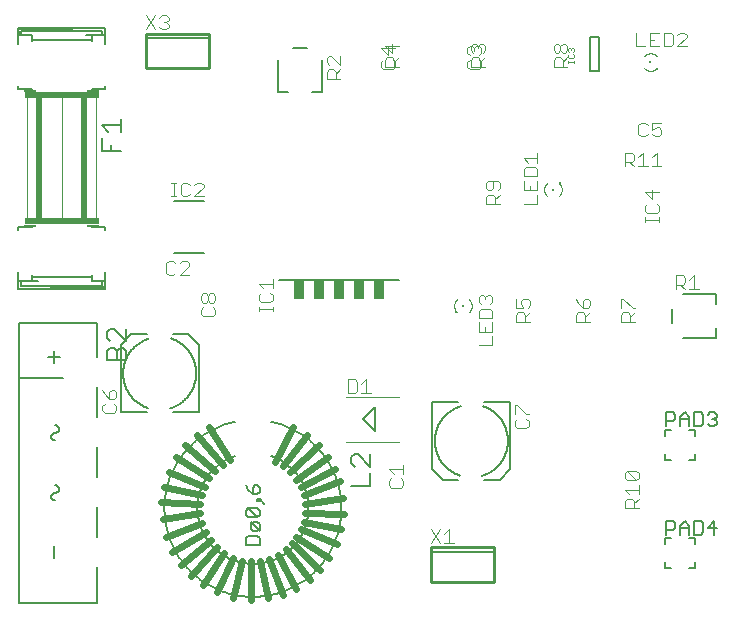
<source format=gto>
G75*
%MOIN*%
%OFA0B0*%
%FSLAX25Y25*%
%IPPOS*%
%LPD*%
%AMOC8*
5,1,8,0,0,1.08239X$1,22.5*
%
%ADD10C,0.00400*%
%ADD11C,0.00800*%
%ADD12C,0.00500*%
%ADD13C,0.00600*%
%ADD14R,0.00787X0.00787*%
%ADD15R,0.00984X0.00591*%
%ADD16R,0.00591X0.00984*%
%ADD17C,0.02400*%
%ADD18C,0.00700*%
%ADD19C,0.00200*%
%ADD20R,0.02000X0.40000*%
%ADD21R,0.25000X0.02000*%
%ADD22R,0.18000X0.01000*%
%ADD23R,0.01000X0.01500*%
%ADD24R,0.04000X0.01000*%
%ADD25R,0.20000X0.01000*%
%ADD26C,0.01000*%
%ADD27R,0.03800X0.06600*%
D10*
X0045260Y0079357D02*
X0044493Y0080124D01*
X0044493Y0081659D01*
X0045260Y0082426D01*
X0046795Y0083961D02*
X0046795Y0086263D01*
X0047562Y0087030D01*
X0048329Y0087030D01*
X0049096Y0086263D01*
X0049096Y0084728D01*
X0048329Y0083961D01*
X0046795Y0083961D01*
X0045260Y0085495D01*
X0044493Y0087030D01*
X0048329Y0082426D02*
X0049096Y0081659D01*
X0049096Y0080124D01*
X0048329Y0079357D01*
X0045260Y0079357D01*
X0077396Y0112220D02*
X0078163Y0111453D01*
X0081233Y0111453D01*
X0082000Y0112220D01*
X0082000Y0113755D01*
X0081233Y0114522D01*
X0081233Y0116057D02*
X0080465Y0116057D01*
X0079698Y0116824D01*
X0079698Y0118359D01*
X0080465Y0119126D01*
X0081233Y0119126D01*
X0082000Y0118359D01*
X0082000Y0116824D01*
X0081233Y0116057D01*
X0079698Y0116824D02*
X0078931Y0116057D01*
X0078163Y0116057D01*
X0077396Y0116824D01*
X0077396Y0118359D01*
X0078163Y0119126D01*
X0078931Y0119126D01*
X0079698Y0118359D01*
X0078163Y0114522D02*
X0077396Y0113755D01*
X0077396Y0112220D01*
X0073459Y0125302D02*
X0070390Y0125302D01*
X0073459Y0128371D01*
X0073459Y0129138D01*
X0072692Y0129905D01*
X0071157Y0129905D01*
X0070390Y0129138D01*
X0068855Y0129138D02*
X0068088Y0129905D01*
X0066553Y0129905D01*
X0065786Y0129138D01*
X0065786Y0126069D01*
X0066553Y0125302D01*
X0068088Y0125302D01*
X0068855Y0126069D01*
X0096646Y0122411D02*
X0101250Y0122411D01*
X0101250Y0120876D02*
X0101250Y0123946D01*
X0098181Y0120876D02*
X0096646Y0122411D01*
X0097413Y0119342D02*
X0096646Y0118574D01*
X0096646Y0117040D01*
X0097413Y0116272D01*
X0100483Y0116272D01*
X0101250Y0117040D01*
X0101250Y0118574D01*
X0100483Y0119342D01*
X0101250Y0114738D02*
X0101250Y0113203D01*
X0101250Y0113970D02*
X0096646Y0113970D01*
X0096646Y0113203D02*
X0096646Y0114738D01*
X0126262Y0090482D02*
X0128564Y0090482D01*
X0129331Y0089715D01*
X0129331Y0086646D01*
X0128564Y0085878D01*
X0126262Y0085878D01*
X0126262Y0090482D01*
X0130866Y0088948D02*
X0132401Y0090482D01*
X0132401Y0085878D01*
X0133935Y0085878D02*
X0130866Y0085878D01*
X0125662Y0084678D02*
X0143462Y0084678D01*
X0143462Y0069678D02*
X0125662Y0069678D01*
X0140083Y0060559D02*
X0144687Y0060559D01*
X0144687Y0059024D02*
X0144687Y0062094D01*
X0141618Y0059024D02*
X0140083Y0060559D01*
X0140850Y0057490D02*
X0140083Y0056722D01*
X0140083Y0055188D01*
X0140850Y0054420D01*
X0143920Y0054420D01*
X0144687Y0055188D01*
X0144687Y0056722D01*
X0143920Y0057490D01*
X0153900Y0040557D02*
X0156969Y0035953D01*
X0158504Y0035953D02*
X0161573Y0035953D01*
X0160039Y0035953D02*
X0160039Y0040557D01*
X0158504Y0039022D01*
X0156969Y0040557D02*
X0153900Y0035953D01*
X0182780Y0074342D02*
X0185849Y0074342D01*
X0186616Y0075109D01*
X0186616Y0076644D01*
X0185849Y0077411D01*
X0185849Y0078946D02*
X0186616Y0078946D01*
X0185849Y0078946D02*
X0182780Y0082015D01*
X0182012Y0082015D01*
X0182012Y0078946D01*
X0182780Y0077411D02*
X0182012Y0076644D01*
X0182012Y0075109D01*
X0182780Y0074342D01*
X0174500Y0101787D02*
X0169896Y0101787D01*
X0174500Y0101787D02*
X0174500Y0104857D01*
X0174500Y0106391D02*
X0174500Y0109461D01*
X0174500Y0110995D02*
X0174500Y0113297D01*
X0173733Y0114065D01*
X0170663Y0114065D01*
X0169896Y0113297D01*
X0169896Y0110995D01*
X0174500Y0110995D01*
X0172198Y0107926D02*
X0172198Y0106391D01*
X0169896Y0106391D02*
X0169896Y0109461D01*
X0169896Y0106391D02*
X0174500Y0106391D01*
X0182396Y0109745D02*
X0182396Y0112047D01*
X0183163Y0112815D01*
X0184698Y0112815D01*
X0185465Y0112047D01*
X0185465Y0109745D01*
X0185465Y0111280D02*
X0187000Y0112815D01*
X0186233Y0114349D02*
X0187000Y0115116D01*
X0187000Y0116651D01*
X0186233Y0117418D01*
X0184698Y0117418D01*
X0183931Y0116651D01*
X0183931Y0115884D01*
X0184698Y0114349D01*
X0182396Y0114349D01*
X0182396Y0117418D01*
X0174500Y0117901D02*
X0174500Y0116366D01*
X0173733Y0115599D01*
X0172198Y0117134D02*
X0172198Y0117901D01*
X0172965Y0118668D01*
X0173733Y0118668D01*
X0174500Y0117901D01*
X0172198Y0117901D02*
X0171431Y0118668D01*
X0170663Y0118668D01*
X0169896Y0117901D01*
X0169896Y0116366D01*
X0170663Y0115599D01*
X0166668Y0117168D02*
X0166745Y0117095D01*
X0166820Y0117020D01*
X0166891Y0116942D01*
X0166960Y0116861D01*
X0167026Y0116778D01*
X0167089Y0116693D01*
X0167148Y0116605D01*
X0167205Y0116516D01*
X0167258Y0116424D01*
X0167308Y0116330D01*
X0167354Y0116235D01*
X0167397Y0116138D01*
X0167436Y0116040D01*
X0167472Y0115940D01*
X0167504Y0115839D01*
X0167532Y0115737D01*
X0167557Y0115634D01*
X0167578Y0115530D01*
X0167595Y0115425D01*
X0167609Y0115320D01*
X0167618Y0115215D01*
X0167624Y0115109D01*
X0167626Y0115003D01*
X0167624Y0114897D01*
X0167618Y0114791D01*
X0167609Y0114686D01*
X0167595Y0114581D01*
X0167578Y0114476D01*
X0167557Y0114372D01*
X0167532Y0114269D01*
X0167504Y0114167D01*
X0167472Y0114066D01*
X0167436Y0113966D01*
X0167397Y0113868D01*
X0167354Y0113771D01*
X0167308Y0113676D01*
X0167258Y0113582D01*
X0167205Y0113490D01*
X0167148Y0113401D01*
X0167089Y0113313D01*
X0167026Y0113228D01*
X0166960Y0113145D01*
X0166891Y0113064D01*
X0166820Y0112986D01*
X0166745Y0112911D01*
X0166668Y0112838D01*
X0162732Y0112838D02*
X0162655Y0112911D01*
X0162580Y0112986D01*
X0162509Y0113064D01*
X0162440Y0113145D01*
X0162374Y0113228D01*
X0162311Y0113313D01*
X0162252Y0113401D01*
X0162195Y0113490D01*
X0162142Y0113582D01*
X0162092Y0113676D01*
X0162046Y0113771D01*
X0162003Y0113868D01*
X0161964Y0113966D01*
X0161928Y0114066D01*
X0161896Y0114167D01*
X0161868Y0114269D01*
X0161843Y0114372D01*
X0161822Y0114476D01*
X0161805Y0114581D01*
X0161791Y0114686D01*
X0161782Y0114791D01*
X0161776Y0114897D01*
X0161774Y0115003D01*
X0161776Y0115109D01*
X0161782Y0115215D01*
X0161791Y0115320D01*
X0161805Y0115425D01*
X0161822Y0115530D01*
X0161843Y0115634D01*
X0161868Y0115737D01*
X0161896Y0115839D01*
X0161928Y0115940D01*
X0161964Y0116040D01*
X0162003Y0116138D01*
X0162046Y0116235D01*
X0162092Y0116330D01*
X0162142Y0116424D01*
X0162195Y0116516D01*
X0162252Y0116605D01*
X0162311Y0116693D01*
X0162374Y0116778D01*
X0162440Y0116861D01*
X0162509Y0116942D01*
X0162580Y0117020D01*
X0162655Y0117095D01*
X0162732Y0117168D01*
X0182396Y0109745D02*
X0187000Y0109745D01*
X0202396Y0109745D02*
X0202396Y0112047D01*
X0203163Y0112815D01*
X0204698Y0112815D01*
X0205465Y0112047D01*
X0205465Y0109745D01*
X0205465Y0111280D02*
X0207000Y0112815D01*
X0206233Y0114349D02*
X0207000Y0115116D01*
X0207000Y0116651D01*
X0206233Y0117418D01*
X0205465Y0117418D01*
X0204698Y0116651D01*
X0204698Y0114349D01*
X0206233Y0114349D01*
X0204698Y0114349D02*
X0203163Y0115884D01*
X0202396Y0117418D01*
X0202396Y0109745D02*
X0207000Y0109745D01*
X0217396Y0109745D02*
X0217396Y0112047D01*
X0218163Y0112815D01*
X0219698Y0112815D01*
X0220465Y0112047D01*
X0220465Y0109745D01*
X0220465Y0111280D02*
X0222000Y0112815D01*
X0222000Y0114349D02*
X0221233Y0114349D01*
X0218163Y0117418D01*
X0217396Y0117418D01*
X0217396Y0114349D01*
X0217396Y0109745D02*
X0222000Y0109745D01*
X0235589Y0120528D02*
X0235589Y0125132D01*
X0237891Y0125132D01*
X0238658Y0124365D01*
X0238658Y0122830D01*
X0237891Y0122063D01*
X0235589Y0122063D01*
X0237124Y0122063D02*
X0238658Y0120528D01*
X0240193Y0120528D02*
X0243262Y0120528D01*
X0241728Y0120528D02*
X0241728Y0125132D01*
X0240193Y0123597D01*
X0230000Y0142926D02*
X0230000Y0144461D01*
X0230000Y0143693D02*
X0225396Y0143693D01*
X0225396Y0142926D02*
X0225396Y0144461D01*
X0226163Y0145995D02*
X0229233Y0145995D01*
X0230000Y0146763D01*
X0230000Y0148297D01*
X0229233Y0149065D01*
X0227698Y0150599D02*
X0227698Y0153668D01*
X0225396Y0152901D02*
X0227698Y0150599D01*
X0226163Y0149065D02*
X0225396Y0148297D01*
X0225396Y0146763D01*
X0226163Y0145995D01*
X0225396Y0152901D02*
X0230000Y0152901D01*
X0229331Y0161453D02*
X0229331Y0166057D01*
X0227796Y0164522D01*
X0224727Y0166057D02*
X0224727Y0161453D01*
X0226261Y0161453D02*
X0223192Y0161453D01*
X0221657Y0161453D02*
X0220123Y0162988D01*
X0220890Y0162988D02*
X0218588Y0162988D01*
X0218588Y0161453D02*
X0218588Y0166057D01*
X0220890Y0166057D01*
X0221657Y0165290D01*
X0221657Y0163755D01*
X0220890Y0162988D01*
X0223192Y0164522D02*
X0224727Y0166057D01*
X0227796Y0161453D02*
X0230865Y0161453D01*
X0230098Y0171453D02*
X0228563Y0171453D01*
X0227796Y0172220D01*
X0226261Y0172220D02*
X0225494Y0171453D01*
X0223959Y0171453D01*
X0223192Y0172220D01*
X0223192Y0175290D01*
X0223959Y0176057D01*
X0225494Y0176057D01*
X0226261Y0175290D01*
X0227796Y0176057D02*
X0227796Y0173755D01*
X0229331Y0174522D01*
X0230098Y0174522D01*
X0230865Y0173755D01*
X0230865Y0172220D01*
X0230098Y0171453D01*
X0230865Y0176057D02*
X0227796Y0176057D01*
X0229365Y0194285D02*
X0229292Y0194208D01*
X0229217Y0194133D01*
X0229139Y0194062D01*
X0229058Y0193993D01*
X0228975Y0193927D01*
X0228890Y0193864D01*
X0228802Y0193805D01*
X0228713Y0193748D01*
X0228621Y0193695D01*
X0228527Y0193645D01*
X0228432Y0193599D01*
X0228335Y0193556D01*
X0228237Y0193517D01*
X0228137Y0193481D01*
X0228036Y0193449D01*
X0227934Y0193421D01*
X0227831Y0193396D01*
X0227727Y0193375D01*
X0227622Y0193358D01*
X0227517Y0193344D01*
X0227412Y0193335D01*
X0227306Y0193329D01*
X0227200Y0193327D01*
X0227094Y0193329D01*
X0226988Y0193335D01*
X0226883Y0193344D01*
X0226778Y0193358D01*
X0226673Y0193375D01*
X0226569Y0193396D01*
X0226466Y0193421D01*
X0226364Y0193449D01*
X0226263Y0193481D01*
X0226163Y0193517D01*
X0226065Y0193556D01*
X0225968Y0193599D01*
X0225873Y0193645D01*
X0225779Y0193695D01*
X0225687Y0193748D01*
X0225598Y0193805D01*
X0225510Y0193864D01*
X0225425Y0193927D01*
X0225342Y0193993D01*
X0225261Y0194062D01*
X0225183Y0194133D01*
X0225108Y0194208D01*
X0225035Y0194285D01*
X0225035Y0198221D02*
X0225108Y0198298D01*
X0225183Y0198373D01*
X0225261Y0198444D01*
X0225342Y0198513D01*
X0225425Y0198579D01*
X0225510Y0198642D01*
X0225598Y0198701D01*
X0225687Y0198758D01*
X0225779Y0198811D01*
X0225873Y0198861D01*
X0225968Y0198907D01*
X0226065Y0198950D01*
X0226163Y0198989D01*
X0226263Y0199025D01*
X0226364Y0199057D01*
X0226466Y0199085D01*
X0226569Y0199110D01*
X0226673Y0199131D01*
X0226778Y0199148D01*
X0226883Y0199162D01*
X0226988Y0199171D01*
X0227094Y0199177D01*
X0227200Y0199179D01*
X0227306Y0199177D01*
X0227412Y0199171D01*
X0227517Y0199162D01*
X0227622Y0199148D01*
X0227727Y0199131D01*
X0227831Y0199110D01*
X0227934Y0199085D01*
X0228036Y0199057D01*
X0228137Y0199025D01*
X0228237Y0198989D01*
X0228335Y0198950D01*
X0228432Y0198907D01*
X0228527Y0198861D01*
X0228621Y0198811D01*
X0228713Y0198758D01*
X0228802Y0198701D01*
X0228890Y0198642D01*
X0228975Y0198579D01*
X0229058Y0198513D01*
X0229139Y0198444D01*
X0229217Y0198373D01*
X0229292Y0198298D01*
X0229365Y0198221D01*
X0230073Y0201453D02*
X0227004Y0201453D01*
X0227004Y0206057D01*
X0230073Y0206057D01*
X0231608Y0206057D02*
X0233910Y0206057D01*
X0234677Y0205290D01*
X0234677Y0202220D01*
X0233910Y0201453D01*
X0231608Y0201453D01*
X0231608Y0206057D01*
X0236212Y0205290D02*
X0236979Y0206057D01*
X0238514Y0206057D01*
X0239281Y0205290D01*
X0239281Y0204522D01*
X0236212Y0201453D01*
X0239281Y0201453D01*
X0228539Y0203755D02*
X0227004Y0203755D01*
X0225469Y0201453D02*
X0222400Y0201453D01*
X0222400Y0206057D01*
X0201557Y0200660D02*
X0201557Y0200005D01*
X0201230Y0199678D01*
X0201230Y0198812D02*
X0201557Y0198485D01*
X0201557Y0197830D01*
X0201230Y0197503D01*
X0199921Y0197503D01*
X0199593Y0197830D01*
X0199593Y0198485D01*
X0199921Y0198812D01*
X0199921Y0199678D02*
X0199593Y0200005D01*
X0199593Y0200660D01*
X0199921Y0200987D01*
X0200248Y0200987D01*
X0200575Y0200660D01*
X0200902Y0200987D01*
X0201230Y0200987D01*
X0201557Y0200660D01*
X0200575Y0200660D02*
X0200575Y0200333D01*
X0199500Y0200116D02*
X0198733Y0199349D01*
X0197965Y0199349D01*
X0197198Y0200116D01*
X0197198Y0201651D01*
X0197965Y0202418D01*
X0198733Y0202418D01*
X0199500Y0201651D01*
X0199500Y0200116D01*
X0199500Y0197815D02*
X0197965Y0196280D01*
X0197965Y0197047D02*
X0197965Y0194745D01*
X0199500Y0194745D02*
X0194896Y0194745D01*
X0194896Y0197047D01*
X0195663Y0197815D01*
X0197198Y0197815D01*
X0197965Y0197047D01*
X0199593Y0196708D02*
X0199593Y0196053D01*
X0199593Y0196380D02*
X0201557Y0196380D01*
X0201557Y0196053D02*
X0201557Y0196708D01*
X0197198Y0200116D02*
X0196431Y0199349D01*
X0195663Y0199349D01*
X0194896Y0200116D01*
X0194896Y0201651D01*
X0195663Y0202418D01*
X0196431Y0202418D01*
X0197198Y0201651D01*
X0172000Y0201651D02*
X0172000Y0200116D01*
X0171233Y0199349D01*
X0170750Y0199324D02*
X0170750Y0200859D01*
X0169983Y0201626D01*
X0169215Y0201626D01*
X0168448Y0200859D01*
X0168448Y0200092D01*
X0168448Y0200859D02*
X0167681Y0201626D01*
X0166913Y0201626D01*
X0166146Y0200859D01*
X0166146Y0199324D01*
X0166913Y0198557D01*
X0168163Y0197815D02*
X0169698Y0197815D01*
X0170465Y0197047D01*
X0170465Y0194745D01*
X0170750Y0194720D02*
X0170750Y0196255D01*
X0169983Y0197022D01*
X0170465Y0196280D02*
X0172000Y0197815D01*
X0170750Y0199324D02*
X0169983Y0198557D01*
X0168163Y0197815D02*
X0167396Y0197047D01*
X0167396Y0194745D01*
X0172000Y0194745D01*
X0170750Y0194720D02*
X0169983Y0193953D01*
X0166913Y0193953D01*
X0166146Y0194720D01*
X0166146Y0196255D01*
X0166913Y0197022D01*
X0168163Y0199349D02*
X0167396Y0200116D01*
X0167396Y0201651D01*
X0168163Y0202418D01*
X0168931Y0202418D01*
X0169698Y0201651D01*
X0170465Y0202418D01*
X0171233Y0202418D01*
X0172000Y0201651D01*
X0169698Y0201651D02*
X0169698Y0200884D01*
X0143250Y0201651D02*
X0138646Y0201651D01*
X0140948Y0199349D01*
X0140948Y0202418D01*
X0139698Y0201626D02*
X0139698Y0198557D01*
X0137396Y0200859D01*
X0142000Y0200859D01*
X0140948Y0197815D02*
X0139413Y0197815D01*
X0138646Y0197047D01*
X0138646Y0194745D01*
X0143250Y0194745D01*
X0142000Y0194720D02*
X0142000Y0196255D01*
X0141233Y0197022D01*
X0141715Y0197047D02*
X0141715Y0194745D01*
X0142000Y0194720D02*
X0141233Y0193953D01*
X0138163Y0193953D01*
X0137396Y0194720D01*
X0137396Y0196255D01*
X0138163Y0197022D01*
X0140948Y0197815D02*
X0141715Y0197047D01*
X0141715Y0196280D02*
X0143250Y0197815D01*
X0123850Y0198442D02*
X0123850Y0195373D01*
X0120781Y0198442D01*
X0120014Y0198442D01*
X0119246Y0197675D01*
X0119246Y0196140D01*
X0120014Y0195373D01*
X0120014Y0193838D02*
X0121548Y0193838D01*
X0122316Y0193071D01*
X0122316Y0190769D01*
X0123850Y0190769D02*
X0119246Y0190769D01*
X0119246Y0193071D01*
X0120014Y0193838D01*
X0122316Y0192304D02*
X0123850Y0193838D01*
X0078254Y0155290D02*
X0078254Y0154522D01*
X0075185Y0151453D01*
X0078254Y0151453D01*
X0078254Y0155290D02*
X0077487Y0156057D01*
X0075952Y0156057D01*
X0075185Y0155290D01*
X0073650Y0155290D02*
X0072883Y0156057D01*
X0071348Y0156057D01*
X0070581Y0155290D01*
X0070581Y0152220D01*
X0071348Y0151453D01*
X0072883Y0151453D01*
X0073650Y0152220D01*
X0069046Y0151453D02*
X0067511Y0151453D01*
X0068279Y0151453D02*
X0068279Y0156057D01*
X0069046Y0156057D02*
X0067511Y0156057D01*
X0065806Y0207203D02*
X0064271Y0207203D01*
X0063504Y0207970D01*
X0061969Y0207203D02*
X0058900Y0211807D01*
X0061969Y0211807D02*
X0058900Y0207203D01*
X0063504Y0211040D02*
X0064271Y0211807D01*
X0065806Y0211807D01*
X0066573Y0211040D01*
X0066573Y0210272D01*
X0065806Y0209505D01*
X0066573Y0208738D01*
X0066573Y0207970D01*
X0065806Y0207203D01*
X0065806Y0209505D02*
X0065039Y0209505D01*
X0172396Y0155859D02*
X0172396Y0154324D01*
X0173163Y0153557D01*
X0173931Y0153557D01*
X0174698Y0154324D01*
X0174698Y0156626D01*
X0176233Y0156626D02*
X0173163Y0156626D01*
X0172396Y0155859D01*
X0176233Y0156626D02*
X0177000Y0155859D01*
X0177000Y0154324D01*
X0176233Y0153557D01*
X0177000Y0152022D02*
X0175465Y0150488D01*
X0175465Y0151255D02*
X0175465Y0148953D01*
X0177000Y0148953D02*
X0172396Y0148953D01*
X0172396Y0151255D01*
X0173163Y0152022D01*
X0174698Y0152022D01*
X0175465Y0151255D01*
X0184896Y0148953D02*
X0189500Y0148953D01*
X0189500Y0152022D01*
X0189500Y0153557D02*
X0189500Y0156626D01*
X0189500Y0158161D02*
X0189500Y0160463D01*
X0188733Y0161230D01*
X0185663Y0161230D01*
X0184896Y0160463D01*
X0184896Y0158161D01*
X0189500Y0158161D01*
X0187198Y0155092D02*
X0187198Y0153557D01*
X0184896Y0153557D02*
X0184896Y0156626D01*
X0184896Y0153557D02*
X0189500Y0153557D01*
X0192732Y0151588D02*
X0192655Y0151661D01*
X0192580Y0151736D01*
X0192509Y0151814D01*
X0192440Y0151895D01*
X0192374Y0151978D01*
X0192311Y0152063D01*
X0192252Y0152151D01*
X0192195Y0152240D01*
X0192142Y0152332D01*
X0192092Y0152426D01*
X0192046Y0152521D01*
X0192003Y0152618D01*
X0191964Y0152716D01*
X0191928Y0152816D01*
X0191896Y0152917D01*
X0191868Y0153019D01*
X0191843Y0153122D01*
X0191822Y0153226D01*
X0191805Y0153331D01*
X0191791Y0153436D01*
X0191782Y0153541D01*
X0191776Y0153647D01*
X0191774Y0153753D01*
X0191776Y0153859D01*
X0191782Y0153965D01*
X0191791Y0154070D01*
X0191805Y0154175D01*
X0191822Y0154280D01*
X0191843Y0154384D01*
X0191868Y0154487D01*
X0191896Y0154589D01*
X0191928Y0154690D01*
X0191964Y0154790D01*
X0192003Y0154888D01*
X0192046Y0154985D01*
X0192092Y0155080D01*
X0192142Y0155174D01*
X0192195Y0155266D01*
X0192252Y0155355D01*
X0192311Y0155443D01*
X0192374Y0155528D01*
X0192440Y0155611D01*
X0192509Y0155692D01*
X0192580Y0155770D01*
X0192655Y0155845D01*
X0192732Y0155918D01*
X0196668Y0155918D02*
X0196745Y0155845D01*
X0196820Y0155770D01*
X0196891Y0155692D01*
X0196960Y0155611D01*
X0197026Y0155528D01*
X0197089Y0155443D01*
X0197148Y0155355D01*
X0197205Y0155266D01*
X0197258Y0155174D01*
X0197308Y0155080D01*
X0197354Y0154985D01*
X0197397Y0154888D01*
X0197436Y0154790D01*
X0197472Y0154690D01*
X0197504Y0154589D01*
X0197532Y0154487D01*
X0197557Y0154384D01*
X0197578Y0154280D01*
X0197595Y0154175D01*
X0197609Y0154070D01*
X0197618Y0153965D01*
X0197624Y0153859D01*
X0197626Y0153753D01*
X0197624Y0153647D01*
X0197618Y0153541D01*
X0197609Y0153436D01*
X0197595Y0153331D01*
X0197578Y0153226D01*
X0197557Y0153122D01*
X0197532Y0153019D01*
X0197504Y0152917D01*
X0197472Y0152816D01*
X0197436Y0152716D01*
X0197397Y0152618D01*
X0197354Y0152521D01*
X0197308Y0152426D01*
X0197258Y0152332D01*
X0197205Y0152240D01*
X0197148Y0152151D01*
X0197089Y0152063D01*
X0197026Y0151978D01*
X0196960Y0151895D01*
X0196891Y0151814D01*
X0196820Y0151736D01*
X0196745Y0151661D01*
X0196668Y0151588D01*
X0189500Y0162765D02*
X0189500Y0165834D01*
X0189500Y0164300D02*
X0184896Y0164300D01*
X0186431Y0162765D01*
X0219413Y0059918D02*
X0222483Y0056849D01*
X0223250Y0057616D01*
X0223250Y0059151D01*
X0222483Y0059918D01*
X0219413Y0059918D01*
X0218646Y0059151D01*
X0218646Y0057616D01*
X0219413Y0056849D01*
X0222483Y0056849D01*
X0223250Y0055315D02*
X0223250Y0052245D01*
X0223250Y0050711D02*
X0221715Y0049176D01*
X0221715Y0049943D02*
X0221715Y0047641D01*
X0223250Y0047641D02*
X0218646Y0047641D01*
X0218646Y0049943D01*
X0219413Y0050711D01*
X0220948Y0050711D01*
X0221715Y0049943D01*
X0220181Y0052245D02*
X0218646Y0053780D01*
X0223250Y0053780D01*
D11*
X0180517Y0060554D02*
X0176974Y0057011D01*
X0171856Y0057011D01*
X0163194Y0057011D02*
X0158076Y0057011D01*
X0154533Y0060554D01*
X0154533Y0082995D01*
X0163194Y0082995D01*
X0171856Y0082995D02*
X0180517Y0082995D01*
X0180517Y0060554D01*
X0163785Y0058389D02*
X0163504Y0058483D01*
X0163225Y0058585D01*
X0162949Y0058693D01*
X0162676Y0058808D01*
X0162405Y0058929D01*
X0162138Y0059057D01*
X0161873Y0059192D01*
X0161612Y0059333D01*
X0161355Y0059480D01*
X0161101Y0059633D01*
X0160851Y0059793D01*
X0160605Y0059958D01*
X0160363Y0060130D01*
X0160126Y0060307D01*
X0159892Y0060490D01*
X0159664Y0060679D01*
X0159439Y0060874D01*
X0159220Y0061073D01*
X0159006Y0061278D01*
X0158797Y0061488D01*
X0158593Y0061703D01*
X0158394Y0061924D01*
X0158200Y0062148D01*
X0158013Y0062378D01*
X0157830Y0062612D01*
X0157654Y0062850D01*
X0157483Y0063093D01*
X0157319Y0063339D01*
X0157160Y0063590D01*
X0157008Y0063844D01*
X0156862Y0064103D01*
X0156722Y0064364D01*
X0156588Y0064629D01*
X0156461Y0064897D01*
X0156341Y0065168D01*
X0156227Y0065442D01*
X0156120Y0065718D01*
X0156020Y0065998D01*
X0155927Y0066279D01*
X0155840Y0066563D01*
X0155761Y0066848D01*
X0155688Y0067136D01*
X0155622Y0067425D01*
X0155564Y0067716D01*
X0155513Y0068008D01*
X0155468Y0068301D01*
X0155431Y0068595D01*
X0155401Y0068890D01*
X0155378Y0069186D01*
X0155363Y0069482D01*
X0155355Y0069779D01*
X0155353Y0070075D01*
X0155360Y0070372D01*
X0155373Y0070668D01*
X0155393Y0070964D01*
X0155421Y0071259D01*
X0155456Y0071553D01*
X0155498Y0071847D01*
X0155548Y0072139D01*
X0155604Y0072431D01*
X0155667Y0072720D01*
X0155738Y0073008D01*
X0155815Y0073295D01*
X0155900Y0073579D01*
X0155991Y0073861D01*
X0156089Y0074141D01*
X0156194Y0074418D01*
X0156306Y0074693D01*
X0156424Y0074965D01*
X0156549Y0075234D01*
X0156681Y0075500D01*
X0156818Y0075762D01*
X0156963Y0076021D01*
X0157113Y0076277D01*
X0157270Y0076529D01*
X0157433Y0076777D01*
X0157601Y0077020D01*
X0157776Y0077260D01*
X0157957Y0077495D01*
X0158143Y0077726D01*
X0158334Y0077953D01*
X0158531Y0078174D01*
X0158734Y0078391D01*
X0158942Y0078602D01*
X0159154Y0078809D01*
X0159372Y0079010D01*
X0159595Y0079206D01*
X0159822Y0079397D01*
X0160054Y0079582D01*
X0160290Y0079761D01*
X0160531Y0079934D01*
X0160776Y0080101D01*
X0161025Y0080263D01*
X0161277Y0080418D01*
X0161534Y0080567D01*
X0161793Y0080710D01*
X0162057Y0080847D01*
X0162323Y0080977D01*
X0162593Y0081100D01*
X0162865Y0081217D01*
X0163141Y0081327D01*
X0163419Y0081430D01*
X0163699Y0081527D01*
X0163982Y0081617D01*
X0171265Y0081617D02*
X0171546Y0081523D01*
X0171825Y0081421D01*
X0172101Y0081313D01*
X0172374Y0081198D01*
X0172645Y0081077D01*
X0172912Y0080949D01*
X0173177Y0080814D01*
X0173438Y0080673D01*
X0173695Y0080526D01*
X0173949Y0080373D01*
X0174199Y0080213D01*
X0174445Y0080048D01*
X0174687Y0079876D01*
X0174924Y0079699D01*
X0175158Y0079516D01*
X0175386Y0079327D01*
X0175611Y0079132D01*
X0175830Y0078933D01*
X0176044Y0078728D01*
X0176253Y0078518D01*
X0176457Y0078303D01*
X0176656Y0078082D01*
X0176850Y0077858D01*
X0177037Y0077628D01*
X0177220Y0077394D01*
X0177396Y0077156D01*
X0177567Y0076913D01*
X0177731Y0076667D01*
X0177890Y0076416D01*
X0178042Y0076162D01*
X0178188Y0075903D01*
X0178328Y0075642D01*
X0178462Y0075377D01*
X0178589Y0075109D01*
X0178709Y0074838D01*
X0178823Y0074564D01*
X0178930Y0074288D01*
X0179030Y0074008D01*
X0179123Y0073727D01*
X0179210Y0073443D01*
X0179289Y0073158D01*
X0179362Y0072870D01*
X0179428Y0072581D01*
X0179486Y0072290D01*
X0179537Y0071998D01*
X0179582Y0071705D01*
X0179619Y0071411D01*
X0179649Y0071116D01*
X0179672Y0070820D01*
X0179687Y0070524D01*
X0179695Y0070227D01*
X0179697Y0069931D01*
X0179690Y0069634D01*
X0179677Y0069338D01*
X0179657Y0069042D01*
X0179629Y0068747D01*
X0179594Y0068453D01*
X0179552Y0068159D01*
X0179502Y0067867D01*
X0179446Y0067575D01*
X0179383Y0067286D01*
X0179312Y0066998D01*
X0179235Y0066711D01*
X0179150Y0066427D01*
X0179059Y0066145D01*
X0178961Y0065865D01*
X0178856Y0065588D01*
X0178744Y0065313D01*
X0178626Y0065041D01*
X0178501Y0064772D01*
X0178369Y0064506D01*
X0178232Y0064244D01*
X0178087Y0063985D01*
X0177937Y0063729D01*
X0177780Y0063477D01*
X0177617Y0063229D01*
X0177449Y0062986D01*
X0177274Y0062746D01*
X0177093Y0062511D01*
X0176907Y0062280D01*
X0176716Y0062053D01*
X0176519Y0061832D01*
X0176316Y0061615D01*
X0176108Y0061404D01*
X0175896Y0061197D01*
X0175678Y0060996D01*
X0175455Y0060800D01*
X0175228Y0060609D01*
X0174996Y0060424D01*
X0174760Y0060245D01*
X0174519Y0060072D01*
X0174274Y0059905D01*
X0174025Y0059743D01*
X0173773Y0059588D01*
X0173516Y0059439D01*
X0173257Y0059296D01*
X0172993Y0059159D01*
X0172727Y0059029D01*
X0172457Y0058906D01*
X0172185Y0058789D01*
X0171909Y0058679D01*
X0171631Y0058576D01*
X0171351Y0058479D01*
X0171068Y0058389D01*
X0135322Y0073241D02*
X0135322Y0081115D01*
X0131294Y0077178D01*
X0135322Y0073241D01*
X0076580Y0079511D02*
X0067919Y0079511D01*
X0059257Y0079511D02*
X0050596Y0079511D01*
X0050596Y0101952D01*
X0054139Y0105495D01*
X0059257Y0105495D01*
X0067919Y0105495D02*
X0073037Y0105495D01*
X0076580Y0101952D01*
X0076580Y0079511D01*
X0059848Y0080889D02*
X0059567Y0080983D01*
X0059288Y0081085D01*
X0059012Y0081193D01*
X0058739Y0081308D01*
X0058468Y0081429D01*
X0058201Y0081557D01*
X0057936Y0081692D01*
X0057675Y0081833D01*
X0057418Y0081980D01*
X0057164Y0082133D01*
X0056914Y0082293D01*
X0056668Y0082458D01*
X0056426Y0082630D01*
X0056189Y0082807D01*
X0055955Y0082990D01*
X0055727Y0083179D01*
X0055502Y0083374D01*
X0055283Y0083573D01*
X0055069Y0083778D01*
X0054860Y0083988D01*
X0054656Y0084203D01*
X0054457Y0084424D01*
X0054263Y0084648D01*
X0054076Y0084878D01*
X0053893Y0085112D01*
X0053717Y0085350D01*
X0053546Y0085593D01*
X0053382Y0085839D01*
X0053223Y0086090D01*
X0053071Y0086344D01*
X0052925Y0086603D01*
X0052785Y0086864D01*
X0052651Y0087129D01*
X0052524Y0087397D01*
X0052404Y0087668D01*
X0052290Y0087942D01*
X0052183Y0088218D01*
X0052083Y0088498D01*
X0051990Y0088779D01*
X0051903Y0089063D01*
X0051824Y0089348D01*
X0051751Y0089636D01*
X0051685Y0089925D01*
X0051627Y0090216D01*
X0051576Y0090508D01*
X0051531Y0090801D01*
X0051494Y0091095D01*
X0051464Y0091390D01*
X0051441Y0091686D01*
X0051426Y0091982D01*
X0051418Y0092279D01*
X0051416Y0092575D01*
X0051423Y0092872D01*
X0051436Y0093168D01*
X0051456Y0093464D01*
X0051484Y0093759D01*
X0051519Y0094053D01*
X0051561Y0094347D01*
X0051611Y0094639D01*
X0051667Y0094931D01*
X0051730Y0095220D01*
X0051801Y0095508D01*
X0051878Y0095795D01*
X0051963Y0096079D01*
X0052054Y0096361D01*
X0052152Y0096641D01*
X0052257Y0096918D01*
X0052369Y0097193D01*
X0052487Y0097465D01*
X0052612Y0097734D01*
X0052744Y0098000D01*
X0052881Y0098262D01*
X0053026Y0098521D01*
X0053176Y0098777D01*
X0053333Y0099029D01*
X0053496Y0099277D01*
X0053664Y0099520D01*
X0053839Y0099760D01*
X0054020Y0099995D01*
X0054206Y0100226D01*
X0054397Y0100453D01*
X0054594Y0100674D01*
X0054797Y0100891D01*
X0055005Y0101102D01*
X0055217Y0101309D01*
X0055435Y0101510D01*
X0055658Y0101706D01*
X0055885Y0101897D01*
X0056117Y0102082D01*
X0056353Y0102261D01*
X0056594Y0102434D01*
X0056839Y0102601D01*
X0057088Y0102763D01*
X0057340Y0102918D01*
X0057597Y0103067D01*
X0057856Y0103210D01*
X0058120Y0103347D01*
X0058386Y0103477D01*
X0058656Y0103600D01*
X0058928Y0103717D01*
X0059204Y0103827D01*
X0059482Y0103930D01*
X0059762Y0104027D01*
X0060045Y0104117D01*
X0067328Y0104117D02*
X0067609Y0104023D01*
X0067888Y0103921D01*
X0068164Y0103813D01*
X0068437Y0103698D01*
X0068708Y0103577D01*
X0068975Y0103449D01*
X0069240Y0103314D01*
X0069501Y0103173D01*
X0069758Y0103026D01*
X0070012Y0102873D01*
X0070262Y0102713D01*
X0070508Y0102548D01*
X0070750Y0102376D01*
X0070987Y0102199D01*
X0071221Y0102016D01*
X0071449Y0101827D01*
X0071674Y0101632D01*
X0071893Y0101433D01*
X0072107Y0101228D01*
X0072316Y0101018D01*
X0072520Y0100803D01*
X0072719Y0100582D01*
X0072913Y0100358D01*
X0073100Y0100128D01*
X0073283Y0099894D01*
X0073459Y0099656D01*
X0073630Y0099413D01*
X0073794Y0099167D01*
X0073953Y0098916D01*
X0074105Y0098662D01*
X0074251Y0098403D01*
X0074391Y0098142D01*
X0074525Y0097877D01*
X0074652Y0097609D01*
X0074772Y0097338D01*
X0074886Y0097064D01*
X0074993Y0096788D01*
X0075093Y0096508D01*
X0075186Y0096227D01*
X0075273Y0095943D01*
X0075352Y0095658D01*
X0075425Y0095370D01*
X0075491Y0095081D01*
X0075549Y0094790D01*
X0075600Y0094498D01*
X0075645Y0094205D01*
X0075682Y0093911D01*
X0075712Y0093616D01*
X0075735Y0093320D01*
X0075750Y0093024D01*
X0075758Y0092727D01*
X0075760Y0092431D01*
X0075753Y0092134D01*
X0075740Y0091838D01*
X0075720Y0091542D01*
X0075692Y0091247D01*
X0075657Y0090953D01*
X0075615Y0090659D01*
X0075565Y0090367D01*
X0075509Y0090075D01*
X0075446Y0089786D01*
X0075375Y0089498D01*
X0075298Y0089211D01*
X0075213Y0088927D01*
X0075122Y0088645D01*
X0075024Y0088365D01*
X0074919Y0088088D01*
X0074807Y0087813D01*
X0074689Y0087541D01*
X0074564Y0087272D01*
X0074432Y0087006D01*
X0074295Y0086744D01*
X0074150Y0086485D01*
X0074000Y0086229D01*
X0073843Y0085977D01*
X0073680Y0085729D01*
X0073512Y0085486D01*
X0073337Y0085246D01*
X0073156Y0085011D01*
X0072970Y0084780D01*
X0072779Y0084553D01*
X0072582Y0084332D01*
X0072379Y0084115D01*
X0072171Y0083904D01*
X0071959Y0083697D01*
X0071741Y0083496D01*
X0071518Y0083300D01*
X0071291Y0083109D01*
X0071059Y0082924D01*
X0070823Y0082745D01*
X0070582Y0082572D01*
X0070337Y0082405D01*
X0070088Y0082243D01*
X0069836Y0082088D01*
X0069579Y0081939D01*
X0069320Y0081796D01*
X0069056Y0081659D01*
X0068790Y0081529D01*
X0068520Y0081406D01*
X0068248Y0081289D01*
X0067972Y0081179D01*
X0067694Y0081076D01*
X0067414Y0080979D01*
X0067131Y0080889D01*
X0103395Y0123665D02*
X0143505Y0123665D01*
X0117584Y0186243D02*
X0114267Y0186243D01*
X0117584Y0186243D02*
X0117584Y0197060D01*
X0112584Y0200810D02*
X0108017Y0200810D01*
X0103017Y0197060D02*
X0103017Y0186243D01*
X0106334Y0186243D01*
X0234356Y0113861D02*
X0234356Y0109294D01*
X0238106Y0104294D02*
X0248922Y0104294D01*
X0248922Y0107611D01*
X0248922Y0115544D02*
X0248922Y0118861D01*
X0238106Y0118861D01*
D12*
X0238555Y0079507D02*
X0240056Y0078006D01*
X0240056Y0075003D01*
X0241658Y0075003D02*
X0243910Y0075003D01*
X0244660Y0075754D01*
X0244660Y0078756D01*
X0243910Y0079507D01*
X0241658Y0079507D01*
X0241658Y0075003D01*
X0240056Y0077255D02*
X0237054Y0077255D01*
X0237054Y0078006D02*
X0238555Y0079507D01*
X0237054Y0078006D02*
X0237054Y0075003D01*
X0235453Y0077255D02*
X0234702Y0076504D01*
X0232450Y0076504D01*
X0232450Y0075003D02*
X0232450Y0079507D01*
X0234702Y0079507D01*
X0235453Y0078756D01*
X0235453Y0077255D01*
X0246262Y0075754D02*
X0247012Y0075003D01*
X0248514Y0075003D01*
X0249264Y0075754D01*
X0249264Y0076504D01*
X0248514Y0077255D01*
X0247763Y0077255D01*
X0248514Y0077255D02*
X0249264Y0078006D01*
X0249264Y0078756D01*
X0248514Y0079507D01*
X0247012Y0079507D01*
X0246262Y0078756D01*
X0248514Y0043257D02*
X0246262Y0041005D01*
X0249264Y0041005D01*
X0248514Y0038753D02*
X0248514Y0043257D01*
X0244660Y0042506D02*
X0244660Y0039504D01*
X0243910Y0038753D01*
X0241658Y0038753D01*
X0241658Y0043257D01*
X0243910Y0043257D01*
X0244660Y0042506D01*
X0240056Y0041756D02*
X0240056Y0038753D01*
X0240056Y0041005D02*
X0237054Y0041005D01*
X0237054Y0041756D02*
X0238555Y0043257D01*
X0240056Y0041756D01*
X0237054Y0041756D02*
X0237054Y0038753D01*
X0235453Y0041005D02*
X0234702Y0040254D01*
X0232450Y0040254D01*
X0232450Y0038753D02*
X0232450Y0043257D01*
X0234702Y0043257D01*
X0235453Y0042506D01*
X0235453Y0041005D01*
X0098451Y0049080D02*
X0096950Y0050581D01*
X0096950Y0049831D01*
X0096199Y0049831D01*
X0096199Y0050581D01*
X0096950Y0050581D01*
X0096199Y0052149D02*
X0094698Y0052149D01*
X0094698Y0054401D01*
X0095449Y0055152D01*
X0096199Y0055152D01*
X0096950Y0054401D01*
X0096950Y0052900D01*
X0096199Y0052149D01*
X0094698Y0052149D02*
X0093197Y0053650D01*
X0092446Y0055152D01*
X0093197Y0047479D02*
X0096199Y0044476D01*
X0096950Y0045227D01*
X0096950Y0046728D01*
X0096199Y0047479D01*
X0093197Y0047479D01*
X0092446Y0046728D01*
X0092446Y0045227D01*
X0093197Y0044476D01*
X0096199Y0044476D01*
X0096199Y0042875D02*
X0094698Y0042875D01*
X0093947Y0042124D01*
X0093947Y0040623D01*
X0094698Y0039872D01*
X0096199Y0039872D01*
X0096950Y0040623D01*
X0096950Y0042124D01*
X0096199Y0042875D01*
X0093947Y0042875D02*
X0096950Y0039872D01*
X0096199Y0038271D02*
X0093197Y0038271D01*
X0092446Y0037520D01*
X0092446Y0035268D01*
X0096950Y0035268D01*
X0096950Y0037520D01*
X0096199Y0038271D01*
X0078249Y0132454D02*
X0068548Y0132454D01*
X0068548Y0150052D02*
X0078249Y0150052D01*
D13*
X0016802Y0090828D02*
X0016802Y0015828D01*
X0042802Y0015828D01*
X0042802Y0027828D01*
X0042802Y0037828D02*
X0042802Y0047828D01*
X0042802Y0057828D02*
X0042802Y0067828D01*
X0042802Y0077828D02*
X0042802Y0087828D01*
X0042802Y0097828D02*
X0042802Y0109328D01*
X0016802Y0109328D01*
X0016802Y0090828D01*
X0031302Y0090828D01*
X0028302Y0095828D02*
X0028302Y0099828D01*
X0026302Y0097828D02*
X0030302Y0097828D01*
X0027519Y0120647D02*
X0016519Y0120647D01*
X0016519Y0123147D01*
X0016519Y0126147D01*
X0021019Y0125147D02*
X0021019Y0123147D01*
X0023019Y0123147D01*
X0021019Y0123147D02*
X0017519Y0123147D01*
X0017519Y0121647D01*
X0027519Y0121647D01*
X0044519Y0121647D01*
X0044519Y0123147D01*
X0041019Y0123147D01*
X0041019Y0125147D01*
X0044519Y0123147D02*
X0045519Y0123147D01*
X0045519Y0126147D01*
X0045519Y0123147D02*
X0045519Y0120647D01*
X0027519Y0120647D01*
X0027519Y0121647D01*
X0017519Y0123147D02*
X0016519Y0123147D01*
X0016519Y0140147D02*
X0016519Y0141147D01*
X0021019Y0141147D01*
X0041019Y0141147D02*
X0045519Y0141147D01*
X0045519Y0140147D01*
X0045519Y0187147D02*
X0041019Y0187147D01*
X0045519Y0187147D02*
X0045519Y0188147D01*
X0045519Y0202147D02*
X0045519Y0205147D01*
X0045519Y0207647D01*
X0034519Y0207647D01*
X0034519Y0206647D01*
X0044519Y0206647D01*
X0044519Y0205147D01*
X0041019Y0205147D01*
X0041019Y0203147D01*
X0041019Y0205147D02*
X0039019Y0205147D01*
X0034519Y0206647D02*
X0017519Y0206647D01*
X0017519Y0205147D01*
X0021019Y0205147D01*
X0021019Y0203147D01*
X0017519Y0205147D02*
X0016519Y0205147D01*
X0016519Y0202147D01*
X0016519Y0205147D02*
X0016519Y0207647D01*
X0034519Y0207647D01*
X0044519Y0205147D02*
X0045519Y0205147D01*
X0059621Y0204334D02*
X0079779Y0204334D01*
X0021019Y0187147D02*
X0016519Y0187147D01*
X0016519Y0188147D01*
X0028802Y0075328D02*
X0028872Y0075326D01*
X0028943Y0075320D01*
X0029012Y0075311D01*
X0029081Y0075298D01*
X0029150Y0075281D01*
X0029217Y0075260D01*
X0029283Y0075236D01*
X0029348Y0075208D01*
X0029411Y0075177D01*
X0029472Y0075142D01*
X0029532Y0075104D01*
X0029589Y0075063D01*
X0029644Y0075019D01*
X0029696Y0074972D01*
X0029746Y0074922D01*
X0029793Y0074870D01*
X0029837Y0074815D01*
X0029878Y0074758D01*
X0029916Y0074698D01*
X0029951Y0074637D01*
X0029982Y0074574D01*
X0030010Y0074509D01*
X0030034Y0074443D01*
X0030055Y0074376D01*
X0030072Y0074307D01*
X0030085Y0074238D01*
X0030094Y0074169D01*
X0030100Y0074098D01*
X0030102Y0074028D01*
X0030100Y0073958D01*
X0030094Y0073887D01*
X0030085Y0073818D01*
X0030072Y0073749D01*
X0030055Y0073680D01*
X0030034Y0073613D01*
X0030010Y0073547D01*
X0029982Y0073482D01*
X0029951Y0073419D01*
X0029916Y0073358D01*
X0029878Y0073298D01*
X0029837Y0073241D01*
X0029793Y0073186D01*
X0029746Y0073134D01*
X0029696Y0073084D01*
X0029644Y0073037D01*
X0029589Y0072993D01*
X0029532Y0072952D01*
X0029472Y0072914D01*
X0029411Y0072879D01*
X0029348Y0072848D01*
X0029283Y0072820D01*
X0029217Y0072796D01*
X0029150Y0072775D01*
X0029081Y0072758D01*
X0029012Y0072745D01*
X0028943Y0072736D01*
X0028872Y0072730D01*
X0028802Y0072728D01*
X0028732Y0072726D01*
X0028661Y0072720D01*
X0028592Y0072711D01*
X0028523Y0072698D01*
X0028454Y0072681D01*
X0028387Y0072660D01*
X0028321Y0072636D01*
X0028256Y0072608D01*
X0028193Y0072577D01*
X0028132Y0072542D01*
X0028072Y0072504D01*
X0028015Y0072463D01*
X0027960Y0072419D01*
X0027908Y0072372D01*
X0027858Y0072322D01*
X0027811Y0072270D01*
X0027767Y0072215D01*
X0027726Y0072158D01*
X0027688Y0072098D01*
X0027653Y0072037D01*
X0027622Y0071974D01*
X0027594Y0071909D01*
X0027570Y0071843D01*
X0027549Y0071776D01*
X0027532Y0071707D01*
X0027519Y0071638D01*
X0027510Y0071569D01*
X0027504Y0071498D01*
X0027502Y0071428D01*
X0027504Y0071358D01*
X0027510Y0071287D01*
X0027519Y0071218D01*
X0027532Y0071149D01*
X0027549Y0071080D01*
X0027570Y0071013D01*
X0027594Y0070947D01*
X0027622Y0070882D01*
X0027653Y0070819D01*
X0027688Y0070758D01*
X0027726Y0070698D01*
X0027767Y0070641D01*
X0027811Y0070586D01*
X0027858Y0070534D01*
X0027908Y0070484D01*
X0027960Y0070437D01*
X0028015Y0070393D01*
X0028072Y0070352D01*
X0028132Y0070314D01*
X0028193Y0070279D01*
X0028256Y0070248D01*
X0028321Y0070220D01*
X0028387Y0070196D01*
X0028454Y0070175D01*
X0028523Y0070158D01*
X0028592Y0070145D01*
X0028661Y0070136D01*
X0028732Y0070130D01*
X0028802Y0070128D01*
X0028802Y0055328D02*
X0028872Y0055326D01*
X0028943Y0055320D01*
X0029012Y0055311D01*
X0029081Y0055298D01*
X0029150Y0055281D01*
X0029217Y0055260D01*
X0029283Y0055236D01*
X0029348Y0055208D01*
X0029411Y0055177D01*
X0029472Y0055142D01*
X0029532Y0055104D01*
X0029589Y0055063D01*
X0029644Y0055019D01*
X0029696Y0054972D01*
X0029746Y0054922D01*
X0029793Y0054870D01*
X0029837Y0054815D01*
X0029878Y0054758D01*
X0029916Y0054698D01*
X0029951Y0054637D01*
X0029982Y0054574D01*
X0030010Y0054509D01*
X0030034Y0054443D01*
X0030055Y0054376D01*
X0030072Y0054307D01*
X0030085Y0054238D01*
X0030094Y0054169D01*
X0030100Y0054098D01*
X0030102Y0054028D01*
X0030100Y0053958D01*
X0030094Y0053887D01*
X0030085Y0053818D01*
X0030072Y0053749D01*
X0030055Y0053680D01*
X0030034Y0053613D01*
X0030010Y0053547D01*
X0029982Y0053482D01*
X0029951Y0053419D01*
X0029916Y0053358D01*
X0029878Y0053298D01*
X0029837Y0053241D01*
X0029793Y0053186D01*
X0029746Y0053134D01*
X0029696Y0053084D01*
X0029644Y0053037D01*
X0029589Y0052993D01*
X0029532Y0052952D01*
X0029472Y0052914D01*
X0029411Y0052879D01*
X0029348Y0052848D01*
X0029283Y0052820D01*
X0029217Y0052796D01*
X0029150Y0052775D01*
X0029081Y0052758D01*
X0029012Y0052745D01*
X0028943Y0052736D01*
X0028872Y0052730D01*
X0028802Y0052728D01*
X0028732Y0052726D01*
X0028661Y0052720D01*
X0028592Y0052711D01*
X0028523Y0052698D01*
X0028454Y0052681D01*
X0028387Y0052660D01*
X0028321Y0052636D01*
X0028256Y0052608D01*
X0028193Y0052577D01*
X0028132Y0052542D01*
X0028072Y0052504D01*
X0028015Y0052463D01*
X0027960Y0052419D01*
X0027908Y0052372D01*
X0027858Y0052322D01*
X0027811Y0052270D01*
X0027767Y0052215D01*
X0027726Y0052158D01*
X0027688Y0052098D01*
X0027653Y0052037D01*
X0027622Y0051974D01*
X0027594Y0051909D01*
X0027570Y0051843D01*
X0027549Y0051776D01*
X0027532Y0051707D01*
X0027519Y0051638D01*
X0027510Y0051569D01*
X0027504Y0051498D01*
X0027502Y0051428D01*
X0027504Y0051358D01*
X0027510Y0051287D01*
X0027519Y0051218D01*
X0027532Y0051149D01*
X0027549Y0051080D01*
X0027570Y0051013D01*
X0027594Y0050947D01*
X0027622Y0050882D01*
X0027653Y0050819D01*
X0027688Y0050758D01*
X0027726Y0050698D01*
X0027767Y0050641D01*
X0027811Y0050586D01*
X0027858Y0050534D01*
X0027908Y0050484D01*
X0027960Y0050437D01*
X0028015Y0050393D01*
X0028072Y0050352D01*
X0028132Y0050314D01*
X0028193Y0050279D01*
X0028256Y0050248D01*
X0028321Y0050220D01*
X0028387Y0050196D01*
X0028454Y0050175D01*
X0028523Y0050158D01*
X0028592Y0050145D01*
X0028661Y0050136D01*
X0028732Y0050130D01*
X0028802Y0050128D01*
X0028302Y0034828D02*
X0028302Y0030828D01*
X0088731Y0076393D02*
X0088026Y0076238D01*
X0087324Y0076066D01*
X0086627Y0075877D01*
X0085935Y0075671D01*
X0085248Y0075448D01*
X0084567Y0075208D01*
X0083892Y0074952D01*
X0083223Y0074679D01*
X0082561Y0074390D01*
X0081907Y0074085D01*
X0081260Y0073763D01*
X0080621Y0073427D01*
X0079991Y0073074D01*
X0079369Y0072706D01*
X0078757Y0072324D01*
X0078154Y0071926D01*
X0077561Y0071513D01*
X0076978Y0071087D01*
X0076406Y0070646D01*
X0075845Y0070191D01*
X0075296Y0069723D01*
X0074757Y0069241D01*
X0074231Y0068746D01*
X0073717Y0068239D01*
X0073216Y0067719D01*
X0072728Y0067187D01*
X0072252Y0066643D01*
X0071790Y0066088D01*
X0071342Y0065522D01*
X0070908Y0064944D01*
X0070488Y0064357D01*
X0070083Y0063759D01*
X0069693Y0063152D01*
X0069317Y0062535D01*
X0068957Y0061909D01*
X0068612Y0061274D01*
X0068282Y0060632D01*
X0067969Y0059981D01*
X0067671Y0059323D01*
X0067390Y0058658D01*
X0067125Y0057986D01*
X0066877Y0057308D01*
X0066645Y0056624D01*
X0066430Y0055934D01*
X0066233Y0055240D01*
X0066052Y0054540D01*
X0065888Y0053837D01*
X0065742Y0053130D01*
X0065613Y0052419D01*
X0065501Y0051706D01*
X0065407Y0050990D01*
X0065330Y0050271D01*
X0065271Y0049552D01*
X0065230Y0048831D01*
X0065206Y0048109D01*
X0065200Y0047387D01*
X0065212Y0046665D01*
X0065241Y0045943D01*
X0065288Y0045222D01*
X0065353Y0044503D01*
X0065435Y0043785D01*
X0065535Y0043070D01*
X0065652Y0042358D01*
X0065787Y0041648D01*
X0065939Y0040942D01*
X0066108Y0040240D01*
X0066294Y0039542D01*
X0066498Y0038849D01*
X0066718Y0038161D01*
X0066955Y0037479D01*
X0067209Y0036803D01*
X0067479Y0036133D01*
X0067766Y0035470D01*
X0068068Y0034815D01*
X0068387Y0034166D01*
X0068721Y0033526D01*
X0069071Y0032895D01*
X0069436Y0032272D01*
X0069817Y0031658D01*
X0070212Y0031053D01*
X0070622Y0030459D01*
X0071047Y0029874D01*
X0071485Y0029301D01*
X0071938Y0028738D01*
X0072404Y0028186D01*
X0072883Y0027646D01*
X0073376Y0027118D01*
X0073882Y0026602D01*
X0074399Y0026099D01*
X0074929Y0025608D01*
X0075471Y0025131D01*
X0076025Y0024667D01*
X0076589Y0024217D01*
X0077165Y0023780D01*
X0077751Y0023358D01*
X0078347Y0022950D01*
X0078953Y0022557D01*
X0079568Y0022179D01*
X0080193Y0021817D01*
X0080826Y0021469D01*
X0081467Y0021137D01*
X0082117Y0020821D01*
X0082774Y0020521D01*
X0083438Y0020237D01*
X0084109Y0019970D01*
X0084786Y0019719D01*
X0085469Y0019485D01*
X0086157Y0019267D01*
X0086851Y0019066D01*
X0087550Y0018883D01*
X0088252Y0018716D01*
X0088959Y0018567D01*
X0089669Y0018435D01*
X0090382Y0018321D01*
X0091098Y0018224D01*
X0091816Y0018144D01*
X0092535Y0018083D01*
X0093256Y0018038D01*
X0093978Y0018012D01*
X0094700Y0018003D01*
X0095422Y0018012D01*
X0096144Y0018038D01*
X0096865Y0018083D01*
X0097584Y0018144D01*
X0098302Y0018224D01*
X0099018Y0018321D01*
X0099731Y0018435D01*
X0100441Y0018567D01*
X0101148Y0018716D01*
X0101850Y0018883D01*
X0102549Y0019066D01*
X0103243Y0019267D01*
X0103931Y0019485D01*
X0104614Y0019719D01*
X0105291Y0019970D01*
X0105962Y0020237D01*
X0106626Y0020521D01*
X0107283Y0020821D01*
X0107933Y0021137D01*
X0108574Y0021469D01*
X0109207Y0021817D01*
X0109832Y0022179D01*
X0110447Y0022557D01*
X0111053Y0022950D01*
X0111649Y0023358D01*
X0112235Y0023780D01*
X0112811Y0024217D01*
X0113375Y0024667D01*
X0113929Y0025131D01*
X0114471Y0025608D01*
X0115001Y0026099D01*
X0115518Y0026602D01*
X0116024Y0027118D01*
X0116517Y0027646D01*
X0116996Y0028186D01*
X0117462Y0028738D01*
X0117915Y0029301D01*
X0118353Y0029874D01*
X0118778Y0030459D01*
X0119188Y0031053D01*
X0119583Y0031658D01*
X0119964Y0032272D01*
X0120329Y0032895D01*
X0120679Y0033526D01*
X0121013Y0034166D01*
X0121332Y0034815D01*
X0121634Y0035470D01*
X0121921Y0036133D01*
X0122191Y0036803D01*
X0122445Y0037479D01*
X0122682Y0038161D01*
X0122902Y0038849D01*
X0123106Y0039542D01*
X0123292Y0040240D01*
X0123461Y0040942D01*
X0123613Y0041648D01*
X0123748Y0042358D01*
X0123865Y0043070D01*
X0123965Y0043785D01*
X0124047Y0044503D01*
X0124112Y0045222D01*
X0124159Y0045943D01*
X0124188Y0046665D01*
X0124200Y0047387D01*
X0124194Y0048109D01*
X0124170Y0048831D01*
X0124129Y0049552D01*
X0124070Y0050271D01*
X0123993Y0050990D01*
X0123899Y0051706D01*
X0123787Y0052419D01*
X0123658Y0053130D01*
X0123512Y0053837D01*
X0123348Y0054540D01*
X0123167Y0055240D01*
X0122970Y0055934D01*
X0122755Y0056624D01*
X0122523Y0057308D01*
X0122275Y0057986D01*
X0122010Y0058658D01*
X0121729Y0059323D01*
X0121431Y0059981D01*
X0121118Y0060632D01*
X0120788Y0061274D01*
X0120443Y0061909D01*
X0120083Y0062535D01*
X0119707Y0063152D01*
X0119317Y0063759D01*
X0118912Y0064357D01*
X0118492Y0064944D01*
X0118058Y0065522D01*
X0117610Y0066088D01*
X0117148Y0066643D01*
X0116672Y0067187D01*
X0116184Y0067719D01*
X0115683Y0068239D01*
X0115169Y0068746D01*
X0114643Y0069241D01*
X0114104Y0069723D01*
X0113555Y0070191D01*
X0112994Y0070646D01*
X0112422Y0071087D01*
X0111839Y0071513D01*
X0111246Y0071926D01*
X0110643Y0072324D01*
X0110031Y0072706D01*
X0109409Y0073074D01*
X0108779Y0073427D01*
X0108140Y0073763D01*
X0107493Y0074085D01*
X0106839Y0074390D01*
X0106177Y0074679D01*
X0105508Y0074952D01*
X0104833Y0075208D01*
X0104152Y0075448D01*
X0103465Y0075671D01*
X0102773Y0075877D01*
X0102076Y0076066D01*
X0101374Y0076238D01*
X0100669Y0076393D01*
X0100620Y0065030D02*
X0101048Y0064880D01*
X0101471Y0064719D01*
X0101891Y0064548D01*
X0102306Y0064367D01*
X0102717Y0064176D01*
X0103122Y0063975D01*
X0103523Y0063763D01*
X0103919Y0063543D01*
X0104309Y0063312D01*
X0104693Y0063072D01*
X0105071Y0062823D01*
X0105443Y0062564D01*
X0105808Y0062297D01*
X0106167Y0062020D01*
X0106519Y0061735D01*
X0106864Y0061442D01*
X0107202Y0061140D01*
X0107532Y0060829D01*
X0107854Y0060511D01*
X0108169Y0060185D01*
X0108475Y0059852D01*
X0108774Y0059511D01*
X0109063Y0059163D01*
X0109344Y0058807D01*
X0109617Y0058446D01*
X0109880Y0058077D01*
X0110135Y0057702D01*
X0110380Y0057321D01*
X0110615Y0056934D01*
X0110841Y0056542D01*
X0111058Y0056144D01*
X0111265Y0055741D01*
X0111461Y0055333D01*
X0111648Y0054920D01*
X0111825Y0054503D01*
X0111991Y0054082D01*
X0112147Y0053656D01*
X0112292Y0053227D01*
X0112427Y0052795D01*
X0112551Y0052359D01*
X0112665Y0051921D01*
X0112768Y0051480D01*
X0112859Y0051036D01*
X0112941Y0050591D01*
X0113011Y0050143D01*
X0113070Y0049694D01*
X0113118Y0049244D01*
X0113155Y0048792D01*
X0113181Y0048340D01*
X0113196Y0047887D01*
X0113200Y0047434D01*
X0113193Y0046981D01*
X0113174Y0046529D01*
X0113145Y0046077D01*
X0113104Y0045625D01*
X0113053Y0045175D01*
X0112991Y0044727D01*
X0112917Y0044280D01*
X0112833Y0043835D01*
X0112737Y0043392D01*
X0112631Y0042952D01*
X0112515Y0042514D01*
X0112387Y0042079D01*
X0112249Y0041648D01*
X0112100Y0041220D01*
X0111941Y0040796D01*
X0111772Y0040376D01*
X0111592Y0039960D01*
X0111403Y0039549D01*
X0111203Y0039142D01*
X0110993Y0038740D01*
X0110774Y0038344D01*
X0110545Y0037953D01*
X0110306Y0037568D01*
X0110058Y0037189D01*
X0109801Y0036816D01*
X0109535Y0036450D01*
X0109260Y0036090D01*
X0108976Y0035737D01*
X0108684Y0035391D01*
X0108383Y0035052D01*
X0108074Y0034721D01*
X0107757Y0034397D01*
X0107432Y0034081D01*
X0107100Y0033774D01*
X0106760Y0033474D01*
X0106413Y0033183D01*
X0106059Y0032901D01*
X0105698Y0032627D01*
X0105330Y0032362D01*
X0104957Y0032106D01*
X0104577Y0031860D01*
X0104191Y0031623D01*
X0103799Y0031395D01*
X0103402Y0031177D01*
X0103000Y0030969D01*
X0102592Y0030771D01*
X0102180Y0030583D01*
X0101764Y0030405D01*
X0101343Y0030237D01*
X0100918Y0030079D01*
X0100490Y0029932D01*
X0100058Y0029796D01*
X0099623Y0029670D01*
X0099185Y0029555D01*
X0098744Y0029450D01*
X0098301Y0029357D01*
X0097855Y0029274D01*
X0097408Y0029202D01*
X0096959Y0029141D01*
X0096509Y0029092D01*
X0096058Y0029053D01*
X0095606Y0029025D01*
X0095153Y0029009D01*
X0094700Y0029003D01*
X0094247Y0029009D01*
X0093794Y0029025D01*
X0093342Y0029053D01*
X0092891Y0029092D01*
X0092441Y0029141D01*
X0091992Y0029202D01*
X0091545Y0029274D01*
X0091099Y0029357D01*
X0090656Y0029450D01*
X0090215Y0029555D01*
X0089777Y0029670D01*
X0089342Y0029796D01*
X0088910Y0029932D01*
X0088482Y0030079D01*
X0088057Y0030237D01*
X0087636Y0030405D01*
X0087220Y0030583D01*
X0086808Y0030771D01*
X0086400Y0030969D01*
X0085998Y0031177D01*
X0085601Y0031395D01*
X0085209Y0031623D01*
X0084823Y0031860D01*
X0084443Y0032106D01*
X0084070Y0032362D01*
X0083702Y0032627D01*
X0083341Y0032901D01*
X0082987Y0033183D01*
X0082640Y0033474D01*
X0082300Y0033774D01*
X0081968Y0034081D01*
X0081643Y0034397D01*
X0081326Y0034721D01*
X0081017Y0035052D01*
X0080716Y0035391D01*
X0080424Y0035737D01*
X0080140Y0036090D01*
X0079865Y0036450D01*
X0079599Y0036816D01*
X0079342Y0037189D01*
X0079094Y0037568D01*
X0078855Y0037953D01*
X0078626Y0038344D01*
X0078407Y0038740D01*
X0078197Y0039142D01*
X0077997Y0039549D01*
X0077808Y0039960D01*
X0077628Y0040376D01*
X0077459Y0040796D01*
X0077300Y0041220D01*
X0077151Y0041648D01*
X0077013Y0042079D01*
X0076885Y0042514D01*
X0076769Y0042952D01*
X0076663Y0043392D01*
X0076567Y0043835D01*
X0076483Y0044280D01*
X0076409Y0044727D01*
X0076347Y0045175D01*
X0076296Y0045625D01*
X0076255Y0046077D01*
X0076226Y0046529D01*
X0076207Y0046981D01*
X0076200Y0047434D01*
X0076204Y0047887D01*
X0076219Y0048340D01*
X0076245Y0048792D01*
X0076282Y0049244D01*
X0076330Y0049694D01*
X0076389Y0050143D01*
X0076459Y0050591D01*
X0076541Y0051036D01*
X0076632Y0051480D01*
X0076735Y0051921D01*
X0076849Y0052359D01*
X0076973Y0052795D01*
X0077108Y0053227D01*
X0077253Y0053656D01*
X0077409Y0054082D01*
X0077575Y0054503D01*
X0077752Y0054920D01*
X0077939Y0055333D01*
X0078135Y0055741D01*
X0078342Y0056144D01*
X0078559Y0056542D01*
X0078785Y0056934D01*
X0079020Y0057321D01*
X0079265Y0057702D01*
X0079520Y0058077D01*
X0079783Y0058446D01*
X0080056Y0058807D01*
X0080337Y0059163D01*
X0080626Y0059511D01*
X0080925Y0059852D01*
X0081231Y0060185D01*
X0081546Y0060511D01*
X0081868Y0060829D01*
X0082198Y0061140D01*
X0082536Y0061442D01*
X0082881Y0061735D01*
X0083233Y0062020D01*
X0083592Y0062297D01*
X0083957Y0062564D01*
X0084329Y0062823D01*
X0084707Y0063072D01*
X0085091Y0063312D01*
X0085481Y0063543D01*
X0085877Y0063763D01*
X0086278Y0063975D01*
X0086683Y0064176D01*
X0087094Y0064367D01*
X0087509Y0064548D01*
X0087929Y0064719D01*
X0088352Y0064880D01*
X0088780Y0065030D01*
X0154621Y0033084D02*
X0174779Y0033084D01*
X0232200Y0035503D02*
X0232200Y0037503D01*
X0234200Y0037503D01*
X0240200Y0037503D02*
X0242200Y0037503D01*
X0242200Y0035503D01*
X0242200Y0029503D02*
X0242200Y0027503D01*
X0240200Y0027503D01*
X0234200Y0027503D02*
X0232200Y0027503D01*
X0232200Y0029503D01*
X0232200Y0063753D02*
X0234200Y0063753D01*
X0232200Y0063753D02*
X0232200Y0065753D01*
X0232200Y0071753D02*
X0232200Y0073753D01*
X0234200Y0073753D01*
X0240200Y0073753D02*
X0242200Y0073753D01*
X0242200Y0071753D01*
X0242200Y0065753D02*
X0242200Y0063753D01*
X0240200Y0063753D01*
X0209950Y0193153D02*
X0206950Y0193153D01*
X0206950Y0204553D01*
X0209950Y0204553D01*
X0209950Y0193153D01*
D14*
X0227200Y0196253D03*
X0194700Y0153753D03*
X0164700Y0115003D03*
D15*
X0162436Y0112936D03*
X0196964Y0155820D03*
D16*
X0229267Y0193989D03*
D17*
X0108200Y0074503D02*
X0102200Y0063003D01*
X0104700Y0061503D02*
X0112700Y0072003D01*
X0116700Y0068503D02*
X0107200Y0059503D01*
X0109200Y0057003D02*
X0119700Y0064503D01*
X0122200Y0060503D02*
X0110700Y0054503D01*
X0111700Y0052003D02*
X0123700Y0056503D01*
X0124700Y0051003D02*
X0112200Y0049003D01*
X0112200Y0046003D02*
X0125200Y0045503D01*
X0124200Y0040503D02*
X0111700Y0043003D01*
X0110700Y0040503D02*
X0122700Y0035503D01*
X0120200Y0031003D02*
X0109200Y0038003D01*
X0107700Y0036003D02*
X0117200Y0027003D01*
X0113700Y0023503D02*
X0105700Y0034003D01*
X0103200Y0032003D02*
X0109200Y0020503D01*
X0104700Y0018503D02*
X0100200Y0030503D01*
X0097200Y0030003D02*
X0099700Y0017503D01*
X0094200Y0017003D02*
X0094200Y0030003D01*
X0091200Y0030003D02*
X0088200Y0017503D01*
X0082700Y0019503D02*
X0088200Y0031003D01*
X0085200Y0032503D02*
X0078200Y0022003D01*
X0074200Y0025003D02*
X0082700Y0034503D01*
X0080700Y0037003D02*
X0070700Y0028503D01*
X0067700Y0033003D02*
X0079200Y0039503D01*
X0077700Y0042503D02*
X0065700Y0038003D01*
X0064700Y0044003D02*
X0077200Y0046003D01*
X0077200Y0049003D02*
X0064200Y0049503D01*
X0065200Y0054503D02*
X0077700Y0052003D01*
X0078700Y0054503D02*
X0066700Y0059503D01*
X0069200Y0064503D02*
X0080200Y0057503D01*
X0082200Y0060003D02*
X0072200Y0068503D01*
X0076200Y0072003D02*
X0084700Y0062003D01*
X0087200Y0063503D02*
X0080200Y0074503D01*
D18*
X0052452Y0096787D02*
X0052452Y0099940D01*
X0051401Y0100991D01*
X0050351Y0100991D01*
X0049300Y0099940D01*
X0049300Y0096787D01*
X0052452Y0096787D02*
X0046147Y0096787D01*
X0046147Y0099940D01*
X0047198Y0100991D01*
X0048249Y0100991D01*
X0049300Y0099940D01*
X0047198Y0103232D02*
X0046147Y0104283D01*
X0046147Y0106385D01*
X0047198Y0107436D01*
X0048249Y0107436D01*
X0052452Y0103232D01*
X0052452Y0107436D01*
X0050669Y0166606D02*
X0044364Y0166606D01*
X0044364Y0170809D01*
X0046465Y0173051D02*
X0044364Y0175153D01*
X0050669Y0175153D01*
X0050669Y0173051D02*
X0050669Y0177255D01*
X0047516Y0168708D02*
X0047516Y0166606D01*
X0128596Y0065611D02*
X0127545Y0064560D01*
X0127545Y0062459D01*
X0128596Y0061408D01*
X0128596Y0065611D02*
X0129646Y0065611D01*
X0133850Y0061408D01*
X0133850Y0065611D01*
X0133850Y0059166D02*
X0133850Y0054962D01*
X0127545Y0054962D01*
D19*
X0042519Y0144147D02*
X0042519Y0184147D01*
X0031019Y0184147D02*
X0031019Y0144147D01*
X0019519Y0144147D02*
X0019519Y0184147D01*
D20*
X0023519Y0164147D03*
X0038519Y0164147D03*
D21*
X0031019Y0185147D03*
X0031019Y0143147D03*
D22*
X0036519Y0121147D03*
X0025519Y0207147D03*
D23*
X0017019Y0205897D03*
D24*
X0020519Y0186647D03*
X0041519Y0186647D03*
X0041519Y0141647D03*
X0020519Y0141647D03*
D25*
X0031019Y0124647D03*
X0031019Y0203647D03*
D26*
X0059188Y0205712D02*
X0059188Y0194294D01*
X0080212Y0194294D01*
X0080212Y0205712D01*
X0059188Y0205712D01*
X0154188Y0034462D02*
X0154188Y0023044D01*
X0175212Y0023044D01*
X0175212Y0034462D01*
X0154188Y0034462D01*
D27*
X0136850Y0120703D03*
X0130150Y0120703D03*
X0123450Y0120703D03*
X0116750Y0120703D03*
X0110050Y0120703D03*
M02*

</source>
